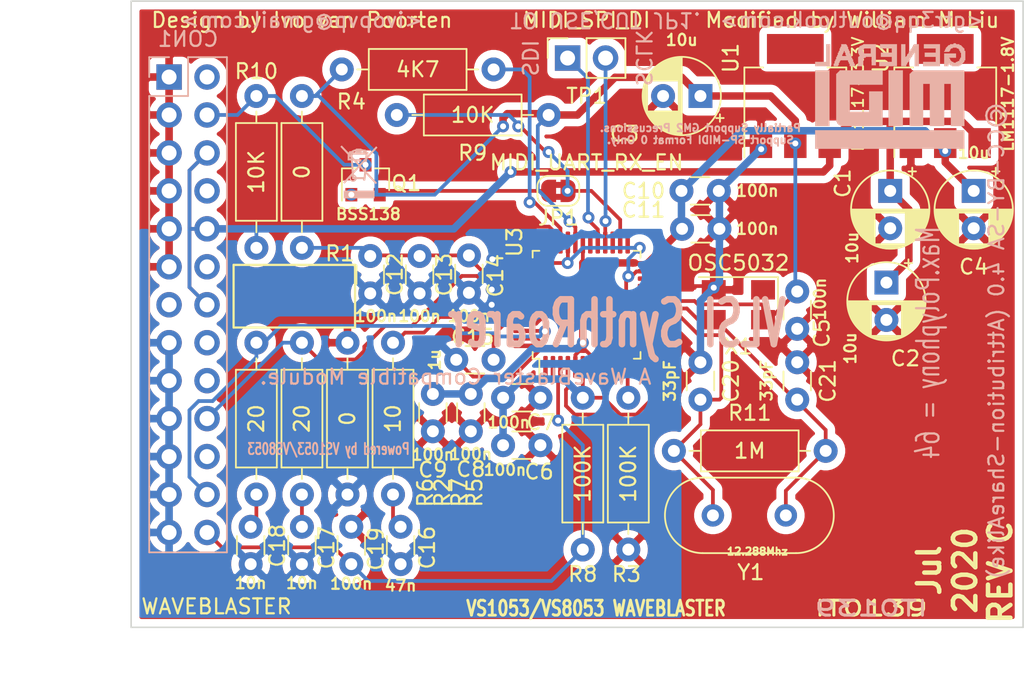
<source format=kicad_pcb>
(kicad_pcb (version 20171130) (host pcbnew "(5.1.6)-1")
  (title_block (title "VLSI SynthRoarer -- A WaveBlaster compatible module.") (date 2018-09-18,2020-07-16) (rev C) (company "© CC-BY-SA 4.0") (comment 1 "                                                                VS1053 based WaveBlaster") (comment 2 "<ivopvp@gmail.com>             <gtr3qq@outlook.com>") (comment 3 "  Ivo van Poorten                     William M Liu") (comment 4 "    Designed by                       Modified by"))
  (layers (0 F.Cu signal) (31 B.Cu signal) (34 B.Paste user) (35 F.Paste user) (36 B.SilkS user) (37 F.SilkS user) (38 B.Mask user) (39 F.Mask user) (44 Edge.Cuts user))
  (net 0 "")
  (net 1 GND)
  (net 2 +5V)
  (net 3 +3V3)
  (net 4 +1V8)
  (net 5 GNDA)
  (net 6 VDDA)
  (net 7 "Net-(C15-Pad1)")
  (net 8 "Net-(C16-Pad1)")
  (net 9 "Net-(C17-Pad1)")
  (net 10 "Net-(C18-Pad1)")
  (net 11 ~RESET)
  (net 12 "Net-(C20-Pad2)")
  (net 13 MCLK)
  (net 14 "Net-(CON1-Pad2)")
  (net 15 "Net-(CON1-Pad4)")
  (net 16 "Net-(CON1-Pad8)")
  (net 17 "Net-(CON1-Pad12)")
  (net 18 "Net-(CON1-Pad13)")
  (net 19 "Net-(CON1-Pad16)")
  (net 20 "Net-(CON1-Pad18)")
  (net 21 "Net-(CON1-Pad20)")
  (net 22 "Net-(CON1-Pad22)")
  (net 23 "Net-(CON1-Pad24)")
  (net 24 "Net-(JP1-Pad2)")
  (net 25 "Net-(JP1-Pad1)")
  (net 26 "Net-(R3-Pad2)")
  (net 27 "Net-(R4-Pad2)")
  (net 28 "Net-(R5-Pad2)")
  (net 29 "Net-(TP1-Pad1)")
  (net 30 "Net-(TP1-Pad2)")
  (net 31 "Net-(U3-Pad1)")
  (net 32 "Net-(U3-Pad2)")
  (net 33 "Net-(U3-Pad8)")
  (net 34 "Net-(U3-Pad15)")
  (net 35 "Net-(U3-Pad27)")
  (net 36 "Net-(U3-Pad30)")
  (net 37 "Net-(U3-Pad48)")
  (net 38 "Net-(X1-Pad1)")
  (module Package_QFP:LQFP-48-1EP_7x7mm_P0.5mm_EP3.6x3.6mm (layer F.Cu) (at 146.05 100.33 90)
    (fp_text reference U3 (at 4.191 -4.826 90) (layer F.SilkS))
    (fp_text value VS1053)
    (pad 1 smd roundrect (at -4.1625 -2.75 90) (size 1.475 0.3) (layers F.Cu F.Paste F.Mask) (net 31 "Net-(U3-Pad1)"))
    (pad 2 smd roundrect (at -4.1625 -2.25 90) (size 1.475 0.3) (layers F.Cu F.Paste F.Mask) (net 32 "Net-(U3-Pad2)"))
    (pad 3 smd roundrect (at -4.1625 -1.75 90) (size 1.475 0.3) (layers F.Cu F.Paste F.Mask) (net 11 ~RESET))
    (pad 4 smd roundrect (at -4.1625 -1.25 90) (size 1.475 0.3) (layers F.Cu F.Paste F.Mask) (net 1 GND))
    (pad 5 smd roundrect (at -4.1625 -0.75 90) (size 1.475 0.3) (layers F.Cu F.Paste F.Mask) (net 4 +1V8))
    (pad 6 smd roundrect (at -4.1625 -0.25 90) (size 1.475 0.3) (layers F.Cu F.Paste F.Mask) (net 3 +3V3))
    (pad 7 smd roundrect (at -4.1625 0.25 90) (size 1.475 0.3) (layers F.Cu F.Paste F.Mask) (net 4 +1V8))
    (pad 8 smd roundrect (at -4.1625 0.75 90) (size 1.475 0.3) (layers F.Cu F.Paste F.Mask) (net 33 "Net-(U3-Pad8)"))
    (pad 9 smd roundrect (at -4.1625 1.25 90) (size 1.475 0.3) (layers F.Cu F.Paste F.Mask) (net 26 "Net-(R3-Pad2)"))
    (pad 10 smd roundrect (at -4.1625 1.75 90) (size 1.475 0.3) (layers F.Cu F.Paste F.Mask) (net 26 "Net-(R3-Pad2)"))
    (pad 11 smd roundrect (at -4.1625 2.25 90) (size 1.475 0.3) (layers F.Cu F.Paste F.Mask) (net 26 "Net-(R3-Pad2)"))
    (pad 12 smd roundrect (at -4.1625 2.75 90) (size 1.475 0.3) (layers F.Cu F.Paste F.Mask) (net 26 "Net-(R3-Pad2)"))
    (pad 13 smd roundrect (at -2.75 4.1625 90) (size 0.3 1.475) (layers F.Cu F.Paste F.Mask) (net 26 "Net-(R3-Pad2)"))
    (pad 14 smd roundrect (at -2.25 4.1625 90) (size 0.3 1.475) (layers F.Cu F.Paste F.Mask) (net 3 +3V3))
    (pad 15 smd roundrect (at -1.75 4.1625 90) (size 0.3 1.475) (layers F.Cu F.Paste F.Mask) (net 34 "Net-(U3-Pad15)"))
    (pad 16 smd roundrect (at -1.25 4.1625 90) (size 0.3 1.475) (layers F.Cu F.Paste F.Mask) (net 1 GND))
    (pad 17 smd roundrect (at -0.75 4.1625 90) (size 0.3 1.475) (layers F.Cu F.Paste F.Mask) (net 12 "Net-(C20-Pad2)"))
    (pad 18 smd roundrect (at -0.25 4.1625 90) (size 0.3 1.475) (layers F.Cu F.Paste F.Mask) (net 13 MCLK))
    (pad 19 smd roundrect (at 0.25 4.1625 90) (size 0.3 1.475) (layers F.Cu F.Paste F.Mask) (net 3 +3V3))
    (pad 20 smd roundrect (at 0.75 4.1625 90) (size 0.3 1.475) (layers F.Cu F.Paste F.Mask) (net 1 GND))
    (pad 21 smd roundrect (at 1.25 4.1625 90) (size 0.3 1.475) (layers F.Cu F.Paste F.Mask) (net 1 GND))
    (pad 22 smd roundrect (at 1.75 4.1625 90) (size 0.3 1.475) (layers F.Cu F.Paste F.Mask) (net 1 GND))
    (pad 23 smd roundrect (at 2.25 4.1625 90) (size 0.3 1.475) (layers F.Cu F.Paste F.Mask) (net 26 "Net-(R3-Pad2)"))
    (pad 24 smd roundrect (at 2.75 4.1625 90) (size 0.3 1.475) (layers F.Cu F.Paste F.Mask) (net 4 +1V8))
    (pad 25 smd roundrect (at 4.1625 2.75 90) (size 1.475 0.3) (layers F.Cu F.Paste F.Mask) (net 26 "Net-(R3-Pad2)"))
    (pad 26 smd roundrect (at 4.1625 2.25 90) (size 1.475 0.3) (layers F.Cu F.Paste F.Mask) (net 25 "Net-(JP1-Pad1)"))
    (pad 27 smd roundrect (at 4.1625 1.75 90) (size 1.475 0.3) (layers F.Cu F.Paste F.Mask) (net 35 "Net-(U3-Pad27)"))
    (pad 28 smd roundrect (at 4.1625 1.25 90) (size 1.475 0.3) (layers F.Cu F.Paste F.Mask) (net 30 "Net-(TP1-Pad2)"))
    (pad 29 smd roundrect (at 4.1625 0.75 90) (size 1.475 0.3) (layers F.Cu F.Paste F.Mask) (net 29 "Net-(TP1-Pad1)"))
    (pad 30 smd roundrect (at 4.1625 0.25 90) (size 1.475 0.3) (layers F.Cu F.Paste F.Mask) (net 36 "Net-(U3-Pad30)"))
    (pad 31 smd roundrect (at 4.1625 -0.25 90) (size 1.475 0.3) (layers F.Cu F.Paste F.Mask) (net 4 +1V8))
    (pad 32 smd roundrect (at 4.1625 -0.75 90) (size 1.475 0.3) (layers F.Cu F.Paste F.Mask) (net 3 +3V3))
    (pad 33 smd roundrect (at 4.1625 -1.25 90) (size 1.475 0.3) (layers F.Cu F.Paste F.Mask) (net 26 "Net-(R3-Pad2)"))
    (pad 34 smd roundrect (at 4.1625 -1.75 90) (size 1.475 0.3) (layers F.Cu F.Paste F.Mask) (net 27 "Net-(R4-Pad2)"))
    (pad 35 smd roundrect (at 4.1625 -2.25 90) (size 1.475 0.3) (layers F.Cu F.Paste F.Mask) (net 1 GND))
    (pad 36 smd roundrect (at 4.1625 -2.75 90) (size 1.475 0.3) (layers F.Cu F.Paste F.Mask) (net 26 "Net-(R3-Pad2)"))
    (pad 37 smd roundrect (at 2.75 -4.1625 90) (size 0.3 1.475) (layers F.Cu F.Paste F.Mask) (net 5 GNDA))
    (pad 38 smd roundrect (at 2.25 -4.1625 90) (size 0.3 1.475) (layers F.Cu F.Paste F.Mask) (net 6 VDDA))
    (pad 39 smd roundrect (at 1.75 -4.1625 90) (size 0.3 1.475) (layers F.Cu F.Paste F.Mask) (net 21 "Net-(CON1-Pad20)"))
    (pad 40 smd roundrect (at 1.25 -4.1625 90) (size 0.3 1.475) (layers F.Cu F.Paste F.Mask) (net 5 GNDA))
    (pad 41 smd roundrect (at 0.75 -4.1625 90) (size 0.3 1.475) (layers F.Cu F.Paste F.Mask) (net 5 GNDA))
    (pad 42 smd roundrect (at 0.25 -4.1625 90) (size 0.3 1.475) (layers F.Cu F.Paste F.Mask) (net 28 "Net-(R5-Pad2)"))
    (pad 43 smd roundrect (at -0.25 -4.1625 90) (size 0.3 1.475) (layers F.Cu F.Paste F.Mask) (net 6 VDDA))
    (pad 44 smd roundrect (at -0.75 -4.1625 90) (size 0.3 1.475) (layers F.Cu F.Paste F.Mask) (net 7 "Net-(C15-Pad1)"))
    (pad 45 smd roundrect (at -1.25 -4.1625 90) (size 0.3 1.475) (layers F.Cu F.Paste F.Mask) (net 6 VDDA))
    (pad 46 smd roundrect (at -1.75 -4.1625 90) (size 0.3 1.475) (layers F.Cu F.Paste F.Mask) (net 23 "Net-(CON1-Pad24)"))
    (pad 47 smd roundrect (at -2.25 -4.1625 90) (size 0.3 1.475) (layers F.Cu F.Paste F.Mask) (net 5 GNDA))
    (pad 48 smd roundrect (at -2.75 -4.1625 90) (size 0.3 1.475) (layers F.Cu F.Paste F.Mask) (net 37 "Net-(U3-Pad48)"))
  )
  (module footprints:logo_unrecl (layer B.Cu) (at 130.81 91.44 180)
    (fp_text reference G1 hide)
    (fp_text value LOGO hide)
  )
  (module footprints:logo_GM (layer B.Cu) (at 166.37 86.36 180)
    (fp_text reference G2 hide)
    (fp_text value LOGO hide)
  )
  (module Connector_PinSocket_2.54mm:PinSocket_2x13_P2.54mm_Vertical (layer B.Cu) (at 118.11 85.09 180)
    (fp_text reference CON1 (at -1.27 2.54) (layer B.SilkS) (effects (justify mirror)))
    (fp_text value WAVEBLASTER (at -3.175 -35.433) (layer F.SilkS))
    (pad 26 thru_hole oval (at -2.54 -30.48 180) (size 1.7 1.7) (drill 1) (layers *.Cu *.Mask) (net 11 ~RESET))
    (pad 25 thru_hole oval (at 0 -30.48 180) (size 1.7 1.7) (drill 1) (layers *.Cu *.Mask) (net 5 GNDA))
    (pad 24 thru_hole oval (at -2.54 -27.94 180) (size 1.7 1.7) (drill 1) (layers *.Cu *.Mask) (net 23 "Net-(CON1-Pad24)"))
    (pad 23 thru_hole oval (at 0 -27.94 180) (size 1.7 1.7) (drill 1) (layers *.Cu *.Mask) (net 5 GNDA))
    (pad 22 thru_hole oval (at -2.54 -25.4 180) (size 1.7 1.7) (drill 1) (layers *.Cu *.Mask) (net 22 "Net-(CON1-Pad22)"))
    (pad 21 thru_hole oval (at 0 -25.4 180) (size 1.7 1.7) (drill 1) (layers *.Cu *.Mask) (net 5 GNDA))
    (pad 20 thru_hole oval (at -2.54 -22.86 180) (size 1.7 1.7) (drill 1) (layers *.Cu *.Mask) (net 21 "Net-(CON1-Pad20)"))
    (pad 19 thru_hole oval (at 0 -22.86 180) (size 1.7 1.7) (drill 1) (layers *.Cu *.Mask) (net 5 GNDA))
    (pad 18 thru_hole oval (at -2.54 -20.32 180) (size 1.7 1.7) (drill 1) (layers *.Cu *.Mask) (net 20 "Net-(CON1-Pad18)"))
    (pad 17 thru_hole oval (at 0 -20.32 180) (size 1.7 1.7) (drill 1) (layers *.Cu *.Mask) (net 5 GNDA))
    (pad 16 thru_hole oval (at -2.54 -17.78 180) (size 1.7 1.7) (drill 1) (layers *.Cu *.Mask) (net 19 "Net-(CON1-Pad16)"))
    (pad 15 thru_hole oval (at 0 -17.78 180) (size 1.7 1.7) (drill 1) (layers *.Cu *.Mask) (net 5 GNDA))
    (pad 14 thru_hole oval (at -2.54 -15.24 180) (size 1.7 1.7) (drill 1) (layers *.Cu *.Mask) (net 2 +5V))
    (pad 13 thru_hole oval (at 0 -15.24 180) (size 1.7 1.7) (drill 1) (layers *.Cu *.Mask) (net 18 "Net-(CON1-Pad13)"))
    (pad 12 thru_hole oval (at -2.54 -12.7 180) (size 1.7 1.7) (drill 1) (layers *.Cu *.Mask) (net 17 "Net-(CON1-Pad12)"))
    (pad 11 thru_hole oval (at 0 -12.7 180) (size 1.7 1.7) (drill 1) (layers *.Cu *.Mask) (net 1 GND))
    (pad 10 thru_hole oval (at -2.54 -10.16 180) (size 1.7 1.7) (drill 1) (layers *.Cu *.Mask) (net 2 +5V))
    (pad 9 thru_hole oval (at 0 -10.16 180) (size 1.7 1.7) (drill 1) (layers *.Cu *.Mask) (net 1 GND))
    (pad 8 thru_hole oval (at -2.54 -7.62 180) (size 1.7 1.7) (drill 1) (layers *.Cu *.Mask) (net 16 "Net-(CON1-Pad8)"))
    (pad 7 thru_hole oval (at 0 -7.62 180) (size 1.7 1.7) (drill 1) (layers *.Cu *.Mask) (net 1 GND))
    (pad 6 thru_hole oval (at -2.54 -5.08 180) (size 1.7 1.7) (drill 1) (layers *.Cu *.Mask) (net 2 +5V))
    (pad 5 thru_hole oval (at 0 -5.08 180) (size 1.7 1.7) (drill 1) (layers *.Cu *.Mask) (net 1 GND))
    (pad 4 thru_hole oval (at -2.54 -2.54 180) (size 1.7 1.7) (drill 1) (layers *.Cu *.Mask) (net 15 "Net-(CON1-Pad4)"))
    (pad 3 thru_hole oval (at 0 -2.54 180) (size 1.7 1.7) (drill 1) (layers *.Cu *.Mask) (net 1 GND))
    (pad 2 thru_hole oval (at -2.54 0 180) (size 1.7 1.7) (drill 1) (layers *.Cu *.Mask) (net 14 "Net-(CON1-Pad2)"))
    (pad 1 thru_hole rect (at 0 0 180) (size 1.7 1.7) (drill 1) (layers *.Cu *.Mask) (net 1 GND))
  )
  (module Resistor_THT:R_Axial_DIN0207_L6.3mm_D2.5mm_P10.16mm_Horizontal (layer F.Cu) (at 123.952 113.03 90)
    (fp_text reference R7 (at 0.127 13.589 90) (layer F.SilkS))
    (fp_text value 20 (at 5.08 0 90) (layer F.SilkS))
    (pad 2 thru_hole oval (at 10.16 0 90) (size 1.6 1.6) (drill 0.8) (layers *.Cu *.Mask) (net 23 "Net-(CON1-Pad24)"))
    (pad 1 thru_hole circle (at 0 0 90) (size 1.6 1.6) (drill 0.8) (layers *.Cu *.Mask) (net 10 "Net-(C18-Pad1)"))
  )
  (module Capacitor_THT:CP_Radial_D5.0mm_P2.50mm (layer F.Cu) (at 166.37 92.71 270)
    (fp_text reference C1 (at -0.508 3.175 90) (layer F.SilkS))
    (fp_text value 10u (at 3.81 2.54 90) (layer F.SilkS) (effects (font (size 0.75 0.75))))
    (pad 2 thru_hole circle (at 2.5 0 270) (size 1.6 1.6) (drill 0.8) (layers *.Cu *.Mask) (net 1 GND))
    (pad 1 thru_hole rect (at 0 0 270) (size 1.6 1.6) (drill 0.8) (layers *.Cu *.Mask) (net 2 +5V))
  )
  (module Capacitor_THT:CP_Radial_D5.0mm_P2.50mm (layer F.Cu) (at 166.116 98.846 270)
    (fp_text reference C2 (at 5.08 -1.27 180) (layer F.SilkS))
    (fp_text value 10u (at 4.405 2.413 270) (layer F.SilkS) (effects (font (size 0.75 0.75))))
    (pad 1 thru_hole rect (at 0 0 270) (size 1.6 1.6) (drill 0.8) (layers *.Cu *.Mask) (net 2 +5V))
    (pad 2 thru_hole circle (at 2.5 0 270) (size 1.6 1.6) (drill 0.8) (layers *.Cu *.Mask) (net 1 GND))
  )
  (module Capacitor_THT:CP_Radial_D5.0mm_P2.50mm (layer F.Cu) (at 153.67 86.36 180)
    (fp_text reference C3 (at 5.08 -2.54) (layer F.SilkS))
    (fp_text value 10u (at 1.25 3.75) (layer F.SilkS) (effects (font (size 0.75 0.75))))
    (pad 2 thru_hole circle (at 2.5 0 180) (size 1.6 1.6) (drill 0.8) (layers *.Cu *.Mask) (net 1 GND))
    (pad 1 thru_hole rect (at 0 0 180) (size 1.6 1.6) (drill 0.8) (layers *.Cu *.Mask) (net 3 +3V3))
  )
  (module Capacitor_THT:CP_Radial_D5.0mm_P2.50mm (layer F.Cu) (at 171.958 92.71 270)
    (fp_text reference C4 (at 5.08 0 180) (layer F.SilkS))
    (fp_text value 10u (at -2.54 0 180) (layer F.SilkS) (effects (font (size 0.75 0.75))))
    (pad 1 thru_hole rect (at 0 0 270) (size 1.6 1.6) (drill 0.8) (layers *.Cu *.Mask) (net 4 +1V8))
    (pad 2 thru_hole circle (at 2.5 0 270) (size 1.6 1.6) (drill 0.8) (layers *.Cu *.Mask) (net 1 GND))
  )
  (module Capacitor_THT:C_Disc_D3.0mm_W1.6mm_P2.50mm (layer F.Cu) (at 160.147 99.441 270)
    (fp_text reference C5 (at 2.794 -1.651 90) (layer F.SilkS))
    (fp_text value 100n (at 0.508 -1.524 270) (layer F.SilkS) (effects (font (size 0.75 0.75))))
    (pad 1 thru_hole circle (at 0 0 270) (size 1.6 1.6) (drill 0.8) (layers *.Cu *.Mask) (net 3 +3V3))
    (pad 2 thru_hole circle (at 2.5 0 270) (size 1.6 1.6) (drill 0.8) (layers *.Cu *.Mask) (net 1 GND))
  )
  (module Capacitor_THT:C_Disc_D3.0mm_W1.6mm_P2.50mm (layer F.Cu) (at 140.462 109.728)
    (fp_text reference C6 (at 2.413 1.778) (layer F.SilkS))
    (fp_text value 100n (at 0.127 1.651 180) (layer F.SilkS) (effects (font (size 0.75 0.75))))
    (pad 2 thru_hole circle (at 2.5 0) (size 1.6 1.6) (drill 0.8) (layers *.Cu *.Mask) (net 1 GND))
    (pad 1 thru_hole circle (at 0 0) (size 1.6 1.6) (drill 0.8) (layers *.Cu *.Mask) (net 3 +3V3))
  )
  (module Capacitor_THT:C_Disc_D3.0mm_W1.6mm_P2.50mm (layer F.Cu) (at 140.462 106.553)
    (fp_text reference C7 (at 2.54 1.651) (layer F.SilkS))
    (fp_text value 100n (at 0.381 1.651 180) (layer F.SilkS) (effects (font (size 0.75 0.75))))
    (pad 2 thru_hole circle (at 2.5 0) (size 1.6 1.6) (drill 0.8) (layers *.Cu *.Mask) (net 1 GND))
    (pad 1 thru_hole circle (at 0 0) (size 1.6 1.6) (drill 0.8) (layers *.Cu *.Mask) (net 3 +3V3))
  )
  (module Capacitor_THT:C_Disc_D3.0mm_W1.6mm_P2.50mm (layer F.Cu) (at 138.303 106.299 270)
    (fp_text reference C8 (at 5.04 0) (layer F.SilkS))
    (fp_text value 100n (at 4.024 0) (layer F.SilkS) (effects (font (size 0.75 0.75))))
    (pad 2 thru_hole circle (at 2.5 0 270) (size 1.6 1.6) (drill 0.8) (layers *.Cu *.Mask) (net 1 GND))
    (pad 1 thru_hole circle (at 0 0 270) (size 1.6 1.6) (drill 0.8) (layers *.Cu *.Mask) (net 4 +1V8))
  )
  (module Capacitor_THT:C_Disc_D3.0mm_W1.6mm_P2.50mm (layer F.Cu) (at 135.763 106.299 270)
    (fp_text reference C9 (at 5.08 0) (layer F.SilkS))
    (fp_text value 100n (at 4.064 0 180) (layer F.SilkS) (effects (font (size 0.75 0.75))))
    (pad 1 thru_hole circle (at 0 0 270) (size 1.6 1.6) (drill 0.8) (layers *.Cu *.Mask) (net 4 +1V8))
    (pad 2 thru_hole circle (at 2.5 0 270) (size 1.6 1.6) (drill 0.8) (layers *.Cu *.Mask) (net 1 GND))
  )
  (module Capacitor_THT:C_Disc_D3.0mm_W1.6mm_P2.50mm (layer F.Cu) (at 152.4 92.71)
    (fp_text reference C10 (at -2.54 0) (layer F.SilkS))
    (fp_text value 100n (at 5.08 0) (layer F.SilkS) (effects (font (size 0.75 0.75))))
    (pad 1 thru_hole circle (at 0 0) (size 1.6 1.6) (drill 0.8) (layers *.Cu *.Mask) (net 4 +1V8))
    (pad 2 thru_hole circle (at 2.5 0) (size 1.6 1.6) (drill 0.8) (layers *.Cu *.Mask) (net 1 GND))
  )
  (module Capacitor_THT:C_Disc_D3.0mm_W1.6mm_P2.50mm (layer F.Cu) (at 152.44 95.25)
    (fp_text reference C11 (at -2.58 -1.27) (layer F.SilkS))
    (fp_text value 100n (at 5.04 0) (layer F.SilkS) (effects (font (size 0.75 0.75))))
    (pad 1 thru_hole circle (at 0 0) (size 1.6 1.6) (drill 0.8) (layers *.Cu *.Mask) (net 4 +1V8))
    (pad 2 thru_hole circle (at 2.5 0) (size 1.6 1.6) (drill 0.8) (layers *.Cu *.Mask) (net 1 GND))
  )
  (module Capacitor_THT:C_Disc_D3.0mm_W1.6mm_P2.50mm (layer F.Cu) (at 131.572 97.068 270)
    (fp_text reference C12 (at 1.23 -1.651 90) (layer F.SilkS))
    (fp_text value 100n (at 4.024 -0.381 180) (layer F.SilkS) (effects (font (size 0.75 0.75))))
    (pad 2 thru_hole circle (at 2.5 0 270) (size 1.6 1.6) (drill 0.8) (layers *.Cu *.Mask) (net 5 GNDA))
    (pad 1 thru_hole circle (at 0 0 270) (size 1.6 1.6) (drill 0.8) (layers *.Cu *.Mask) (net 6 VDDA))
  )
  (module Capacitor_THT:C_Disc_D3.0mm_W1.6mm_P2.50mm (layer F.Cu) (at 134.874 97.068 270)
    (fp_text reference C13 (at 1.25 -1.651 90) (layer F.SilkS))
    (fp_text value 100n (at 4.024 0 180) (layer F.SilkS) (effects (font (size 0.75 0.75))))
    (pad 2 thru_hole circle (at 2.5 0 270) (size 1.6 1.6) (drill 0.8) (layers *.Cu *.Mask) (net 5 GNDA))
    (pad 1 thru_hole circle (at 0 0 270) (size 1.6 1.6) (drill 0.8) (layers *.Cu *.Mask) (net 6 VDDA))
  )
  (module Capacitor_THT:C_Disc_D3.0mm_W1.6mm_P2.50mm (layer F.Cu) (at 138.176 97.028 270)
    (fp_text reference C14 (at 1.357 -1.778 90) (layer F.SilkS))
    (fp_text value 100n (at 4.064 0 180) (layer F.SilkS) (effects (font (size 0.75 0.75))))
    (pad 1 thru_hole circle (at 0 0 270) (size 1.6 1.6) (drill 0.8) (layers *.Cu *.Mask) (net 6 VDDA))
    (pad 2 thru_hole circle (at 2.5 0 270) (size 1.6 1.6) (drill 0.8) (layers *.Cu *.Mask) (net 5 GNDA))
  )
  (module Capacitor_THT:C_Disc_D3.0mm_W1.6mm_P2.50mm (layer F.Cu) (at 139.827 104.013 180)
    (fp_text reference C15 (at 1.397 1.524) (layer F.SilkS))
    (fp_text value 1u (at 3.937 0 90) (layer F.SilkS) (effects (font (size 0.75 0.75))))
    (pad 1 thru_hole circle (at 0 0 180) (size 1.6 1.6) (drill 0.8) (layers *.Cu *.Mask) (net 7 "Net-(C15-Pad1)"))
    (pad 2 thru_hole circle (at 2.5 0 180) (size 1.6 1.6) (drill 0.8) (layers *.Cu *.Mask) (net 5 GNDA))
  )
  (module Capacitor_THT:C_Disc_D3.0mm_W1.6mm_P2.50mm (layer F.Cu) (at 133.604 115.189 270)
    (fp_text reference C16 (at 1.397 -1.778 90) (layer F.SilkS))
    (fp_text value 47n (at 3.937 0) (layer F.SilkS) (effects (font (size 0.75 0.75))))
    (pad 2 thru_hole circle (at 2.5 0 270) (size 1.6 1.6) (drill 0.8) (layers *.Cu *.Mask) (net 5 GNDA))
    (pad 1 thru_hole circle (at 0 0 270) (size 1.6 1.6) (drill 0.8) (layers *.Cu *.Mask) (net 8 "Net-(C16-Pad1)"))
  )
  (module Capacitor_THT:C_Disc_D3.0mm_W1.6mm_P2.50mm (layer F.Cu) (at 127 115.189 270)
    (fp_text reference C17 (at 1.397 -1.651 90) (layer F.SilkS))
    (fp_text value 10n (at 3.77 0) (layer F.SilkS) (effects (font (size 0.75 0.75))))
    (pad 2 thru_hole circle (at 2.5 0 270) (size 1.6 1.6) (drill 0.8) (layers *.Cu *.Mask) (net 5 GNDA))
    (pad 1 thru_hole circle (at 0 0 270) (size 1.6 1.6) (drill 0.8) (layers *.Cu *.Mask) (net 9 "Net-(C17-Pad1)"))
  )
  (module Capacitor_THT:C_Disc_D3.0mm_W1.6mm_P2.50mm (layer F.Cu) (at 123.571 115.189 270)
    (fp_text reference C18 (at 1.27 -1.778 90) (layer F.SilkS))
    (fp_text value 10n (at 3.77 0) (layer F.SilkS) (effects (font (size 0.75 0.75))))
    (pad 1 thru_hole circle (at 0 0 270) (size 1.6 1.6) (drill 0.8) (layers *.Cu *.Mask) (net 10 "Net-(C18-Pad1)"))
    (pad 2 thru_hole circle (at 2.5 0 270) (size 1.6 1.6) (drill 0.8) (layers *.Cu *.Mask) (net 5 GNDA))
  )
  (module Capacitor_THT:C_Disc_D3.0mm_W1.6mm_P2.50mm (layer F.Cu) (at 130.302 117.689 90)
    (fp_text reference C19 (at 1.016 1.651 90) (layer F.SilkS))
    (fp_text value 100n (at -1.31 0) (layer F.SilkS) (effects (font (size 0.75 0.75))))
    (pad 2 thru_hole circle (at 2.5 0 90) (size 1.6 1.6) (drill 0.8) (layers *.Cu *.Mask) (net 1 GND))
    (pad 1 thru_hole circle (at 0 0 90) (size 1.6 1.6) (drill 0.8) (layers *.Cu *.Mask) (net 11 ~RESET))
  )
  (module Capacitor_THT:C_Disc_D3.0mm_W1.6mm_P2.50mm (layer F.Cu) (at 153.67 104.18 270)
    (fp_text reference C20 (at 1.25 -2.05 90) (layer F.SilkS))
    (fp_text value 33pF (at 1.25 2.05 90) (layer F.SilkS) (effects (font (size 0.75 0.75))))
    (pad 1 thru_hole circle (at 0 0 270) (size 1.6 1.6) (drill 0.8) (layers *.Cu *.Mask) (net 1 GND))
    (pad 2 thru_hole circle (at 2.5 0 270) (size 1.6 1.6) (drill 0.8) (layers *.Cu *.Mask) (net 12 "Net-(C20-Pad2)"))
  )
  (module Capacitor_THT:C_Disc_D3.0mm_W1.6mm_P2.50mm (layer F.Cu) (at 160.147 104.18 270)
    (fp_text reference C21 (at 1.25 -2.05 90) (layer F.SilkS))
    (fp_text value 33pF (at 1.23 2.05 90) (layer F.SilkS) (effects (font (size 0.75 0.75))))
    (pad 1 thru_hole circle (at 0 0 270) (size 1.6 1.6) (drill 0.8) (layers *.Cu *.Mask) (net 1 GND))
    (pad 2 thru_hole circle (at 2.5 0 270) (size 1.6 1.6) (drill 0.8) (layers *.Cu *.Mask) (net 13 MCLK))
  )
  (module Jumper:SolderJumper-2_P1.3mm_Bridged2Bar_RoundedPad1.0x1.5mm (layer F.Cu) (at 144.16 92.71 180)
    (fp_text reference JP1 (at 0 -1.8) (layer F.SilkS))
    (fp_text value MIDI_UART_RX_EN (at -1.89 1.9) (layer F.SilkS))
    (fp_poly (pts (xy -0.25 -0.6) (xy 0.25 -0.6) (xy 0.25 -0.2) (xy -0.25 -0.2)) (layer F.Cu) (width 0))
    (fp_poly (pts (xy -0.25 0.2) (xy 0.25 0.2) (xy 0.25 0.6) (xy -0.25 0.6)) (layer F.Cu) (width 0))
    (pad 2 smd custom (at 0.65 0 180) (size 1 0.5) (layers F.Cu F.Mask) (net 24 "Net-(JP1-Pad2)") (options (clearance outline) (anchor rect)) (primitives (gr_circle (center 0 0.25) (end 0.5 0.25) (width 0)) (gr_circle (center 0 -0.25) (end 0.5 -0.25) (width 0)) (gr_poly (pts (xy -0.5 0.75) (xy -0.5 -0.75) (xy 0 -0.75) (xy 0 0.75)) (width 0))))
    (pad 1 smd custom (at -0.65 0 180) (size 1 0.5) (layers F.Cu F.Mask) (net 25 "Net-(JP1-Pad1)") (options (clearance outline) (anchor rect)) (primitives (gr_circle (center 0 0.25) (end 0.5 0.25) (width 0)) (gr_circle (center 0 -0.25) (end 0.5 -0.25) (width 0)) (gr_poly (pts (xy 0.5 0.75) (xy 0.5 -0.75) (xy 0 -0.75) (xy 0 0.75)) (width 0))))
  )
  (module Package_TO_SOT_SMD:SOT-23 (layer F.Cu) (at 131.257 91.964 90)
    (fp_text reference Q1 (at -0.238 2.728 180) (layer F.SilkS))
    (fp_text value BSS138 (at -2.302 0.188) (layer F.SilkS) (effects (font (size 0.75 0.75))))
    (pad 1 smd rect (at -1 -0.95 90) (size 0.9 0.8) (layers F.Cu F.Paste F.Mask) (net 3 +3V3))
    (pad 2 smd rect (at -1 0.95 90) (size 0.9 0.8) (layers F.Cu F.Paste F.Mask) (net 24 "Net-(JP1-Pad2)"))
    (pad 3 smd rect (at 1 0 90) (size 0.9 0.8) (layers F.Cu F.Paste F.Mask) (net 15 "Net-(CON1-Pad4)"))
  )
  (module Resistor_THT:R_Axial_DIN0207_L6.3mm_D2.5mm_P10.16mm_Horizontal (layer F.Cu) (at 127 96.52 90)
    (fp_text reference R1 (at -0.381 2.54 180) (layer F.SilkS))
    (fp_text value 0 (at 5.08 0 90) (layer F.SilkS))
    (pad 2 thru_hole oval (at 10.16 0 90) (size 1.6 1.6) (drill 0.8) (layers *.Cu *.Mask) (net 3 +3V3))
    (pad 1 thru_hole circle (at 0 0 90) (size 1.6 1.6) (drill 0.8) (layers *.Cu *.Mask) (net 6 VDDA))
  )
  (module Resistor_THT:R_Axial_DIN0207_L6.3mm_D2.5mm_P10.16mm_Horizontal (layer F.Cu) (at 130.048 113.03 90)
    (fp_text reference R2 (at 0.127 6.35 90) (layer F.SilkS))
    (fp_text value 0 (at 5.08 0 90) (layer F.SilkS))
    (pad 1 thru_hole circle (at 0 0 90) (size 1.6 1.6) (drill 0.8) (layers *.Cu *.Mask) (net 5 GNDA))
    (pad 2 thru_hole oval (at 10.16 0 90) (size 1.6 1.6) (drill 0.8) (layers *.Cu *.Mask) (net 1 GND))
  )
  (module Resistor_THT:R_Axial_DIN0207_L6.3mm_D2.5mm_P10.16mm_Horizontal (layer F.Cu) (at 148.844 116.713 90)
    (fp_text reference R3 (at -1.651 -0.127 180) (layer F.SilkS))
    (fp_text value 100K (at 5.08 0 90) (layer F.SilkS))
    (pad 2 thru_hole oval (at 10.16 0 90) (size 1.6 1.6) (drill 0.8) (layers *.Cu *.Mask) (net 26 "Net-(R3-Pad2)"))
    (pad 1 thru_hole circle (at 0 0 90) (size 1.6 1.6) (drill 0.8) (layers *.Cu *.Mask) (net 1 GND))
  )
  (module Resistor_THT:R_Axial_DIN0207_L6.3mm_D2.5mm_P10.16mm_Horizontal (layer F.Cu) (at 129.667 84.582)
    (fp_text reference R4 (at 0.635 2.159) (layer F.SilkS))
    (fp_text value 4K7 (at 5.08 0) (layer F.SilkS))
    (pad 1 thru_hole circle (at 0 0) (size 1.6 1.6) (drill 0.8) (layers *.Cu *.Mask) (net 3 +3V3))
    (pad 2 thru_hole oval (at 10.16 0) (size 1.6 1.6) (drill 0.8) (layers *.Cu *.Mask) (net 27 "Net-(R4-Pad2)"))
  )
  (module Resistor_THT:R_Axial_DIN0207_L6.3mm_D2.5mm_P10.16mm_Horizontal (layer F.Cu) (at 133.096 113.03 90)
    (fp_text reference R5 (at 0.127 5.461 90) (layer F.SilkS))
    (fp_text value 10 (at 5.08 0 90) (layer F.SilkS))
    (pad 1 thru_hole circle (at 0 0 90) (size 1.6 1.6) (drill 0.8) (layers *.Cu *.Mask) (net 8 "Net-(C16-Pad1)"))
    (pad 2 thru_hole oval (at 10.16 0 90) (size 1.6 1.6) (drill 0.8) (layers *.Cu *.Mask) (net 28 "Net-(R5-Pad2)"))
  )
  (module Resistor_THT:R_Axial_DIN0207_L6.3mm_D2.5mm_P10.16mm_Horizontal (layer F.Cu) (at 127 113.03 90)
    (fp_text reference R6 (at 0.127 8.255 90) (layer F.SilkS))
    (fp_text value 20 (at 5.08 0 90) (layer F.SilkS))
    (pad 2 thru_hole oval (at 10.16 0 90) (size 1.6 1.6) (drill 0.8) (layers *.Cu *.Mask) (net 21 "Net-(CON1-Pad20)"))
    (pad 1 thru_hole circle (at 0 0 90) (size 1.6 1.6) (drill 0.8) (layers *.Cu *.Mask) (net 9 "Net-(C17-Pad1)"))
  )
  (module Resistor_THT:R_Axial_DIN0207_L6.3mm_D2.5mm_P10.16mm_Horizontal (layer F.Cu) (at 145.796 116.713 90)
    (fp_text reference R8 (at -1.651 0 180) (layer F.SilkS))
    (fp_text value 100K (at 5.08 0 90) (layer F.SilkS))
    (pad 1 thru_hole circle (at 0 0 90) (size 1.6 1.6) (drill 0.8) (layers *.Cu *.Mask) (net 11 ~RESET))
    (pad 2 thru_hole oval (at 10.16 0 90) (size 1.6 1.6) (drill 0.8) (layers *.Cu *.Mask) (net 3 +3V3))
  )
  (module Resistor_THT:R_Axial_DIN0207_L6.3mm_D2.5mm_P10.16mm_Horizontal (layer F.Cu) (at 133.35 87.63)
    (fp_text reference R9 (at 5.08 2.54) (layer F.SilkS))
    (fp_text value 10K (at 5.08 0) (layer F.SilkS))
    (pad 1 thru_hole circle (at 0 0) (size 1.6 1.6) (drill 0.8) (layers *.Cu *.Mask) (net 25 "Net-(JP1-Pad1)"))
    (pad 2 thru_hole oval (at 10.16 0) (size 1.6 1.6) (drill 0.8) (layers *.Cu *.Mask) (net 3 +3V3))
  )
  (module Resistor_THT:R_Axial_DIN0207_L6.3mm_D2.5mm_P10.16mm_Horizontal (layer F.Cu) (at 123.952 86.36 270)
    (fp_text reference R10 (at -1.651 0 180) (layer F.SilkS))
    (fp_text value 10K (at 5.08 0 90) (layer F.SilkS))
    (pad 2 thru_hole oval (at 10.16 0 270) (size 1.6 1.6) (drill 0.8) (layers *.Cu *.Mask) (net 2 +5V))
    (pad 1 thru_hole circle (at 0 0 270) (size 1.6 1.6) (drill 0.8) (layers *.Cu *.Mask) (net 15 "Net-(CON1-Pad4)"))
  )
  (module Resistor_THT:R_Axial_DIN0207_L6.3mm_D2.5mm_P10.16mm_Horizontal (layer F.Cu) (at 162.052 110.109 180)
    (fp_text reference R11 (at 5.08 2.54) (layer F.SilkS))
    (fp_text value 1M (at 5.08 0) (layer F.SilkS))
    (pad 1 thru_hole circle (at 0 0 180) (size 1.6 1.6) (drill 0.8) (layers *.Cu *.Mask) (net 13 MCLK))
    (pad 2 thru_hole oval (at 10.16 0 180) (size 1.6 1.6) (drill 0.8) (layers *.Cu *.Mask) (net 12 "Net-(C20-Pad2)"))
  )
  (module Connector_PinSocket_2.54mm:PinSocket_1x02_P2.54mm_Vertical (layer F.Cu) (at 144.78 83.82 90)
    (fp_text reference TP1 (at -2.54 1.27 180) (layer F.SilkS))
    (fp_text value MIDI_SPI_DI (at 2.54 1.27 180) (layer F.SilkS))
    (pad 1 thru_hole rect (at 0 0 90) (size 1.7 1.7) (drill 1) (layers *.Cu *.Mask) (net 29 "Net-(TP1-Pad1)"))
    (pad 2 thru_hole oval (at 0 2.54 90) (size 1.7 1.7) (drill 1) (layers *.Cu *.Mask) (net 30 "Net-(TP1-Pad2)"))
  )
  (module Package_TO_SOT_SMD:SOT-223 (layer F.Cu) (at 160.02 86.36 90)
    (fp_text reference U1 (at 2.54 -4.318 90) (layer F.SilkS))
    (fp_text value LM1117-3.3V (at 0.127 4.191 90) (layer F.SilkS) (effects (font (size 0.75 0.75) (thickness 0.125))))
    (pad 1 smd rect (at -3.15 -2.3 90) (size 2 1.5) (layers F.Cu F.Paste F.Mask) (net 1 GND))
    (pad 3 smd rect (at -3.15 2.3 90) (size 2 1.5) (layers F.Cu F.Paste F.Mask) (net 2 +5V))
    (pad 2 smd rect (at -3.15 0 90) (size 2 1.5) (layers F.Cu F.Paste F.Mask) (net 3 +3V3))
    (pad 4 smd rect (at 3.15 0 90) (size 2 3.8) (layers F.Cu F.Paste F.Mask))
  )
  (module Package_TO_SOT_SMD:SOT-223 (layer F.Cu) (at 170.053 86.36 90)
    (fp_text reference U2 (at 2.54 -4.318 90) (layer F.SilkS))
    (fp_text value LM1117-1.8V (at 0.127 4.191 90) (layer F.SilkS) (effects (font (size 0.75 0.75))))
    (pad 4 smd rect (at 3.15 0 90) (size 2 3.8) (layers F.Cu F.Paste F.Mask))
    (pad 2 smd rect (at -3.15 0 90) (size 2 1.5) (layers F.Cu F.Paste F.Mask) (net 4 +1V8))
    (pad 3 smd rect (at -3.15 2.3 90) (size 2 1.5) (layers F.Cu F.Paste F.Mask) (net 2 +5V))
    (pad 1 smd rect (at -3.15 -2.3 90) (size 2 1.5) (layers F.Cu F.Paste F.Mask) (net 1 GND))
  )
  (module footprints:Crystal_SMD_5032-4Pin_5.0x3.2mm (layer F.Cu) (at 156.21 100.33 180)
    (fp_text reference X1 (at 0 -2.8) (layer F.SilkS))
    (fp_text value OSC5032 (at 0 2.8) (layer F.SilkS))
    (pad 1 smd rect (at -1.65 1 180) (size 1.6 1.3) (layers F.Cu F.Paste F.Mask) (net 38 "Net-(X1-Pad1)"))
    (pad 2 smd rect (at 1.65 1 180) (size 1.6 1.3) (layers F.Cu F.Paste F.Mask) (net 1 GND))
    (pad 3 smd rect (at 1.65 -1 180) (size 1.6 1.3) (layers F.Cu F.Paste F.Mask) (net 13 MCLK))
    (pad 4 smd rect (at -1.65 -1 180) (size 1.6 1.3) (layers F.Cu F.Paste F.Mask) (net 3 +3V3))
  )
  (module Crystal:Crystal_HC49-U_Vertical (layer F.Cu) (at 154.505 114.427)
    (fp_text reference Y1 (at 2.54 3.81) (layer F.SilkS))
    (fp_text value Crystal)
    (pad 1 thru_hole circle (at 0 0) (size 1.5 1.5) (drill 0.8) (layers *.Cu *.Mask) (net 12 "Net-(C20-Pad2)"))
    (pad 2 thru_hole circle (at 4.88 0) (size 1.5 1.5) (drill 0.8) (layers *.Cu *.Mask) (net 13 MCLK))
  )
  (gr_line (start 122.428 101.854) (end 122.428 97.663) (layer F.SilkS) (width 0.15))
  (gr_line (start 130.556 101.854) (end 122.428 101.854) (layer F.SilkS) (width 0.15))
  (gr_line (start 130.556 97.663) (end 130.556 101.854) (layer F.SilkS) (width 0.15))
  (gr_line (start 122.428 97.663) (end 130.556 97.663) (layer F.SilkS) (width 0.15))
  (gr_text "VS1053/VS8053 WAVEBLASTER" (at 146.685 120.65) (layer F.SilkS) (effects (font (size 1 0.75) (thickness 0.1875))))
  (gr_text 12.288Mhz (at 157.48 116.84) (layer F.SilkS) (effects (font (size 0.5 0.5) (thickness 0.125))))
  (gr_text "Max.Polyphony = 64" (at 168.91 102.87 90) (layer B.SilkS) (effects (font (size 1.5 1)) (justify mirror)))
  (gr_text "Partially Support GM2 Precussions.\nSupport SP-MIDI Format 0 Only." (at 153.67 88.9) (layer B.SilkS) (effects (font (size 0.5 0.5) (thickness 0.125)) (justify mirror)))
  (gr_text "Powered by VS1053/VS8053" (at 128.778 109.982) (layer B.SilkS) (effects (font (size 0.75 0.5) (thickness 0.125)) (justify mirror)))
  (gr_text "A WaveBlaster Compatible Module." (at 137.287 105.156) (layer B.SilkS) (effects (font (size 1 1)) (justify mirror)))
  (gr_text "VLSI SynthRoarer" (at 148.082 101.6) (layer B.SilkS) (effects (font (size 3 1.75) (thickness 0.4375)) (justify mirror)))
  (gr_text "©CC-BY-SA 4.0 (Attribution-ShareAlike)" (at 173.482 102.743 90) (layer B.SilkS) (effects (font (size 1 1)) (justify mirror)))
  (gr_text <gtr3qq@outlook.com> (at 163.83 81.28) (layer B.SilkS) (effects (font (size 1 1)) (justify mirror)))
  (gr_text "Modified by William M Liu" (at 163.83 81.28) (layer F.SilkS) (effects (font (size 1 1))))
  (gr_text <ivopvp@gmail.com> (at 127 81.28) (layer B.SilkS) (effects (font (size 1 1)) (justify mirror)))
  (gr_text "Design by Ivo van Poorten" (at 127 81.28) (layer F.SilkS) (effects (font (size 1 1))))
  (gr_text "TO USE,CUT JP1." (at 147.32 81.28 180) (layer B.SilkS) (effects (font (size 1 1)) (justify mirror)))
  (gr_text SDI (at 142.24 83.82 -90) (layer B.SilkS) (effects (font (size 1 1)) (justify mirror)))
  (gr_text SCLK (at 149.86 83.82 -90) (layer B.SilkS) (effects (font (size 1 1)) (justify mirror)))
  (gr_line (start 175.26 80.01) (end 115.57 80.01) (layer Edge.Cuts) (width 0.1))
  (gr_line (start 175.26 121.92) (end 175.26 80.01) (layer Edge.Cuts) (width 0.1))
  (gr_line (start 115.57 121.92) (end 175.26 121.92) (layer Edge.Cuts) (width 0.1))
  (gr_line (start 115.57 80.01) (end 115.57 121.92) (layer Edge.Cuts) (width 0.1))
  (gr_text IT0139 (at 165.1 120.65) (layer B.SilkS) (effects (font (size 1 1.5) (thickness 0.2)) (justify mirror)))
  (gr_text "Jul\n2020" (at 170.18 118.11 90) (layer F.SilkS) (effects (font (size 1.5 1.5) (thickness 0.3))))
  (gr_text IT0139 (at 165.1 120.65) (layer F.SilkS) (effects (font (size 1 1.5) (thickness 0.2))))
  (gr_text "REV C" (at 173.736 118.237 90) (layer F.SilkS) (effects (font (size 1.5 1.5) (thickness 0.3))))
  (via (at 157.734 89.916) (size 0.8) (drill 0.4) (layers F.Cu B.Cu) (net 1))
  (via (at 154.559 99.187) (size 0.8) (drill 0.4) (layers F.Cu B.Cu) (net 1))
  (segment (start 154.94 92.75) (end 154.9 92.71) (width 0.25) (layer B.Cu) (net 1))
  (segment (start 154.94 95.25) (end 154.94 92.75) (width 0.5) (layer B.Cu) (net 1))
  (segment (start 150.2125 98.58) (end 150.2125 99.58) (width 0.25) (layer F.Cu) (net 1))
  (segment (start 154.31 99.08) (end 154.56 99.33) (width 0.25) (layer F.Cu) (net 1))
  (segment (start 150.2125 99.08) (end 154.31 99.08) (width 0.25) (layer F.Cu) (net 1))
  (segment (start 143.540692 95.10499) (end 142.38501 95.10499) (width 0.25) (layer F.Cu) (net 1))
  (segment (start 143.8 96.1675) (end 143.8 95.364298) (width 0.25) (layer F.Cu) (net 1))
  (segment (start 143.8 95.364298) (end 143.540692 95.10499) (width 0.25) (layer F.Cu) (net 1))
  (segment (start 154.94 98.806) (end 154.559 99.187) (width 0.5) (layer B.Cu) (net 1))
  (segment (start 154.94 95.25) (end 154.94 98.806) (width 0.5) (layer B.Cu) (net 1))
  (segment (start 153.67 100.076) (end 154.559 99.187) (width 0.5) (layer B.Cu) (net 1))
  (segment (start 153.67 104.18) (end 153.67 100.076) (width 0.5) (layer B.Cu) (net 1))
  (segment (start 157.694 89.916) (end 154.9 92.71) (width 0.5) (layer B.Cu) (net 1))
  (segment (start 157.734 89.916) (end 157.694 89.916) (width 0.5) (layer B.Cu) (net 1))
  (segment (start 153.615702 104.18) (end 153.67 104.18) (width 0.25) (layer F.Cu) (net 1))
  (segment (start 151.015702 101.58) (end 153.615702 104.18) (width 0.25) (layer F.Cu) (net 1))
  (segment (start 150.2125 101.58) (end 151.015702 101.58) (width 0.25) (layer F.Cu) (net 1))
  (segment (start 144.670999 106.012999) (end 144.670999 107.093001) (width 0.25) (layer F.Cu) (net 1))
  (segment (start 144.8 104.4925) (end 144.8 105.883998) (width 0.25) (layer F.Cu) (net 1))
  (segment (start 144.8 105.883998) (end 144.670999 106.012999) (width 0.25) (layer F.Cu) (net 1))
  (segment (start 145.255999 107.678001) (end 146.032001 107.678001) (width 0.25) (layer F.Cu) (net 1))
  (segment (start 144.670999 107.093001) (end 145.255999 107.678001) (width 0.25) (layer F.Cu) (net 1))
  (segment (start 146.032001 107.678001) (end 146.921001 107.678001) (width 0.25) (layer F.Cu) (net 1))
  (segment (start 119.474999 99.154999) (end 120.65 100.33) (width 0.25) (layer F.Cu) (net 2))
  (segment (start 120.65 90.17) (end 119.474999 91.345001) (width 0.25) (layer F.Cu) (net 2))
  (segment (start 119.569998 95.25) (end 119.474999 95.155001) (width 0.25) (layer F.Cu) (net 2))
  (segment (start 120.65 95.25) (end 119.569998 95.25) (width 0.25) (layer F.Cu) (net 2))
  (segment (start 119.474999 91.345001) (end 119.474999 95.155001) (width 0.25) (layer F.Cu) (net 2))
  (segment (start 119.474999 95.155001) (end 119.474999 99.154999) (width 0.25) (layer F.Cu) (net 2))
  (via (at 140.97 91.44) (size 0.8) (drill 0.4) (layers F.Cu B.Cu) (net 2))
  (segment (start 137.179999 95.230001) (end 140.97 91.44) (width 0.5) (layer B.Cu) (net 2))
  (segment (start 119.474999 91.345001) (end 120.65 90.17) (width 0.25) (layer B.Cu) (net 2))
  (segment (start 120.65 100.33) (end 119.474999 99.154999) (width 0.25) (layer B.Cu) (net 2))
  (segment (start 119.474999 99.154999) (end 119.474999 95.344999) (width 0.25) (layer B.Cu) (net 2))
  (segment (start 119.569998 95.25) (end 119.474999 95.344999) (width 0.25) (layer B.Cu) (net 2))
  (segment (start 120.65 95.25) (end 119.569998 95.25) (width 0.25) (layer B.Cu) (net 2))
  (segment (start 119.474999 95.344999) (end 119.474999 91.345001) (width 0.25) (layer B.Cu) (net 2))
  (segment (start 162.32 91.01) (end 162.32 89.51) (width 0.5) (layer F.Cu) (net 2))
  (segment (start 161.89 91.44) (end 162.32 91.01) (width 0.5) (layer F.Cu) (net 2))
  (segment (start 140.97 91.44) (end 161.89 91.44) (width 0.5) (layer F.Cu) (net 2))
  (segment (start 171.163001 88.059999) (end 172.353 89.249998) (width 0.5) (layer F.Cu) (net 2))
  (segment (start 172.353 89.249998) (end 172.353 89.51) (width 0.5) (layer F.Cu) (net 2))
  (segment (start 162.32 89.51) (end 163.770001 88.059999) (width 0.5) (layer F.Cu) (net 2))
  (segment (start 166.37 88.138) (end 166.448001 88.059999) (width 0.5) (layer F.Cu) (net 2))
  (segment (start 166.37 92.71) (end 166.37 88.138) (width 0.5) (layer F.Cu) (net 2))
  (segment (start 163.770001 88.059999) (end 166.448001 88.059999) (width 0.5) (layer F.Cu) (net 2))
  (segment (start 166.448001 88.059999) (end 171.163001 88.059999) (width 0.5) (layer F.Cu) (net 2))
  (segment (start 167.620001 97.341999) (end 166.116 98.846) (width 0.5) (layer F.Cu) (net 2))
  (segment (start 167.620001 93.960001) (end 167.620001 97.341999) (width 0.5) (layer F.Cu) (net 2))
  (segment (start 166.37 92.71) (end 167.620001 93.960001) (width 0.5) (layer F.Cu) (net 2))
  (segment (start 137.16 95.25) (end 137.179999 95.230001) (width 0.5) (layer B.Cu) (net 2))
  (segment (start 120.65 95.25) (end 123.952 95.25) (width 0.5) (layer B.Cu) (net 2))
  (segment (start 123.952 96.52) (end 123.952 95.25) (width 0.25) (layer B.Cu) (net 2))
  (segment (start 123.952 95.25) (end 137.16 95.25) (width 0.5) (layer B.Cu) (net 2))
  (segment (start 157.735001 100.305001) (end 153.499999 100.305001) (width 0.25) (layer F.Cu) (net 3))
  (segment (start 157.86 100.43) (end 157.735001 100.305001) (width 0.25) (layer F.Cu) (net 3))
  (segment (start 153.499999 100.305001) (end 153.274998 100.08) (width 0.25) (layer F.Cu) (net 3))
  (segment (start 157.86 101.33) (end 157.86 100.43) (width 0.25) (layer F.Cu) (net 3))
  (segment (start 153.274998 100.08) (end 150.2125 100.08) (width 0.25) (layer F.Cu) (net 3))
  (segment (start 149.409298 102.58) (end 150.2125 102.58) (width 0.25) (layer F.Cu) (net 3))
  (segment (start 149.14999 102.320692) (end 149.409298 102.58) (width 0.25) (layer F.Cu) (net 3))
  (segment (start 149.14999 100.339308) (end 149.14999 102.320692) (width 0.25) (layer F.Cu) (net 3))
  (segment (start 150.2125 100.08) (end 149.409298 100.08) (width 0.25) (layer F.Cu) (net 3))
  (segment (start 149.409298 100.08) (end 149.14999 100.339308) (width 0.25) (layer F.Cu) (net 3))
  (via (at 160.02 89.535) (size 0.8) (drill 0.4) (layers F.Cu B.Cu) (net 3))
  (via (at 144.907 94.742) (size 0.8) (drill 0.4) (layers F.Cu B.Cu) (net 3))
  (via (at 140.462 88.392) (size 0.8) (drill 0.4) (layers F.Cu B.Cu) (net 3))
  (segment (start 145.3 95.135) (end 144.907 94.742) (width 0.25) (layer F.Cu) (net 3))
  (segment (start 145.3 96.1675) (end 145.3 95.135) (width 0.25) (layer F.Cu) (net 3))
  (segment (start 140.462 88.371997) (end 140.462 88.392) (width 0.25) (layer F.Cu) (net 3))
  (segment (start 160.037999 89.552999) (end 160.02 89.535) (width 0.25) (layer B.Cu) (net 3))
  (segment (start 158.37 86.36) (end 153.67 86.36) (width 0.5) (layer F.Cu) (net 3))
  (segment (start 160.02 88.01) (end 158.37 86.36) (width 0.5) (layer F.Cu) (net 3))
  (segment (start 160.02 89.51) (end 160.02 88.01) (width 0.5) (layer F.Cu) (net 3))
  (segment (start 147.954003 85.109999) (end 145.434002 87.63) (width 0.5) (layer F.Cu) (net 3))
  (segment (start 152.419999 85.109999) (end 147.954003 85.109999) (width 0.5) (layer F.Cu) (net 3))
  (segment (start 145.434002 87.63) (end 143.51 87.63) (width 0.5) (layer F.Cu) (net 3))
  (segment (start 153.67 86.36) (end 152.419999 85.109999) (width 0.5) (layer F.Cu) (net 3))
  (segment (start 140.746316 87.541999) (end 140.462 87.826315) (width 0.5) (layer F.Cu) (net 3))
  (segment (start 143.421999 87.541999) (end 140.746316 87.541999) (width 0.5) (layer F.Cu) (net 3))
  (segment (start 140.462 87.826315) (end 140.462 88.392) (width 0.5) (layer F.Cu) (net 3))
  (segment (start 143.51 87.63) (end 143.421999 87.541999) (width 0.5) (layer F.Cu) (net 3))
  (segment (start 142.784999 88.355001) (end 143.51 87.63) (width 0.25) (layer B.Cu) (net 3))
  (segment (start 142.784999 92.619999) (end 142.784999 88.355001) (width 0.25) (layer B.Cu) (net 3))
  (segment (start 144.907 94.742) (end 142.784999 92.619999) (width 0.25) (layer B.Cu) (net 3))
  (via (at 130.307 92.964) (size 0.8) (drill 0.4) (layers F.Cu B.Cu) (net 3))
  (segment (start 145.8 104.4925) (end 145.8 105.295702) (width 0.25) (layer F.Cu) (net 3))
  (segment (start 144.545999 105.302999) (end 145.796 106.553) (width 0.5) (layer B.Cu) (net 3))
  (segment (start 141.712001 105.302999) (end 144.545999 105.302999) (width 0.5) (layer B.Cu) (net 3))
  (segment (start 140.462 106.553) (end 141.712001 105.302999) (width 0.5) (layer B.Cu) (net 3))
  (segment (start 140.462 109.728) (end 140.462 106.553) (width 0.5) (layer B.Cu) (net 3))
  (segment (start 145.8 106.549) (end 145.796 106.553) (width 0.25) (layer F.Cu) (net 3))
  (segment (start 145.8 104.4925) (end 145.8 106.549) (width 0.25) (layer F.Cu) (net 3))
  (segment (start 151.27501 105.786992) (end 151.27501 102.839308) (width 0.25) (layer F.Cu) (net 3))
  (segment (start 149.384001 107.678001) (end 151.27501 105.786992) (width 0.25) (layer F.Cu) (net 3))
  (segment (start 148.303999 107.678001) (end 149.384001 107.678001) (width 0.25) (layer F.Cu) (net 3))
  (segment (start 151.015702 102.58) (end 150.2125 102.58) (width 0.25) (layer F.Cu) (net 3))
  (segment (start 147.178998 106.553) (end 148.303999 107.678001) (width 0.25) (layer F.Cu) (net 3))
  (segment (start 151.27501 102.839308) (end 151.015702 102.58) (width 0.25) (layer F.Cu) (net 3))
  (segment (start 145.796 106.553) (end 147.178998 106.553) (width 0.25) (layer F.Cu) (net 3))
  (segment (start 127.889 86.36) (end 127 86.36) (width 0.25) (layer B.Cu) (net 3))
  (segment (start 129.667 84.582) (end 127.889 86.36) (width 0.25) (layer B.Cu) (net 3))
  (segment (start 135.89 92.964) (end 140.462 88.392) (width 0.25) (layer B.Cu) (net 3))
  (segment (start 131.982001 92.934999) (end 131.953 92.964) (width 0.25) (layer B.Cu) (net 3))
  (segment (start 131.982001 90.210631) (end 131.982001 92.934999) (width 0.25) (layer B.Cu) (net 3))
  (segment (start 128.13137 86.36) (end 131.982001 90.210631) (width 0.25) (layer B.Cu) (net 3))
  (segment (start 131.953 92.964) (end 135.89 92.964) (width 0.25) (layer B.Cu) (net 3))
  (segment (start 127 86.36) (end 128.13137 86.36) (width 0.25) (layer B.Cu) (net 3))
  (segment (start 130.307 92.964) (end 131.953 92.964) (width 0.25) (layer B.Cu) (net 3))
  (segment (start 160.02 99.314) (end 160.147 99.441) (width 0.25) (layer B.Cu) (net 3))
  (segment (start 160.02 89.535) (end 160.02 99.314) (width 0.25) (layer B.Cu) (net 3))
  (segment (start 158.258 101.33) (end 160.147 99.441) (width 0.25) (layer F.Cu) (net 3))
  (segment (start 157.86 101.33) (end 158.258 101.33) (width 0.25) (layer F.Cu) (net 3))
  (via (at 170.053 90.043) (size 0.8) (drill 0.4) (layers F.Cu B.Cu) (net 4))
  (segment (start 152.4 95.21) (end 152.44 95.25) (width 0.25) (layer F.Cu) (net 4))
  (segment (start 145.3 103.689298) (end 145.3 104.4925) (width 0.25) (layer F.Cu) (net 4))
  (segment (start 145.559308 103.42999) (end 145.3 103.689298) (width 0.25) (layer F.Cu) (net 4))
  (segment (start 146.3 103.689298) (end 146.040692 103.42999) (width 0.25) (layer F.Cu) (net 4))
  (segment (start 146.3 104.4925) (end 146.3 103.689298) (width 0.25) (layer F.Cu) (net 4))
  (segment (start 146.040692 103.42999) (end 145.84799 103.42999) (width 0.25) (layer F.Cu) (net 4))
  (segment (start 145.84799 103.42999) (end 145.559308 103.42999) (width 0.25) (layer F.Cu) (net 4))
  (segment (start 145.84799 103.42999) (end 145.8 103.382) (width 0.25) (layer F.Cu) (net 4))
  (segment (start 170.053 90.805) (end 170.053 89.51) (width 0.5) (layer F.Cu) (net 4))
  (segment (start 171.958 92.71) (end 170.053 90.805) (width 0.5) (layer F.Cu) (net 4))
  (segment (start 156.425001 88.684999) (end 152.4 92.71) (width 0.5) (layer B.Cu) (net 4))
  (segment (start 168.694999 88.684999) (end 156.425001 88.684999) (width 0.5) (layer B.Cu) (net 4))
  (segment (start 170.053 90.043) (end 168.694999 88.684999) (width 0.5) (layer B.Cu) (net 4))
  (segment (start 152.4 95.21) (end 152.44 95.25) (width 0.5) (layer B.Cu) (net 4))
  (segment (start 152.4 92.71) (end 152.4 95.21) (width 0.5) (layer B.Cu) (net 4))
  (segment (start 145.8 97.532) (end 145.8 102.866) (width 0.5) (layer F.Cu) (net 4))
  (segment (start 150.2125 97.4775) (end 150.2125 97.47999) (width 0.5) (layer F.Cu) (net 4))
  (segment (start 152.44 95.25) (end 150.2125 97.4775) (width 0.5) (layer F.Cu) (net 4))
  (segment (start 149.146132 97.52998) (end 149.282542 97.52998) (width 0.5) (layer F.Cu) (net 4))
  (segment (start 145.8 97.532) (end 149.144112 97.532) (width 0.5) (layer F.Cu) (net 4))
  (segment (start 149.144112 97.532) (end 149.146132 97.52998) (width 0.5) (layer F.Cu) (net 4))
  (segment (start 150.1645 97.532) (end 150.2125 97.58) (width 0.25) (layer F.Cu) (net 4))
  (segment (start 149.144112 97.532) (end 150.1645 97.532) (width 0.25) (layer F.Cu) (net 4))
  (segment (start 149.689 97.58) (end 149.66401 97.60499) (width 0.25) (layer F.Cu) (net 4))
  (segment (start 150.2125 97.58) (end 149.689 97.58) (width 0.25) (layer F.Cu) (net 4))
  (segment (start 149.66401 97.60499) (end 149.479 97.60499) (width 0.25) (layer F.Cu) (net 4))
  (segment (start 145.8 96.1675) (end 145.8 97.532) (width 0.25) (layer F.Cu) (net 4))
  (segment (start 145.8 102.866) (end 145.8 103.247) (width 0.5) (layer F.Cu) (net 4))
  (via (at 145.8 102.866) (size 0.8) (drill 0.4) (layers F.Cu B.Cu) (net 4))
  (segment (start 135.636 106.299) (end 138.303 106.299) (width 0.5) (layer B.Cu) (net 4))
  (segment (start 142.424003 103.265999) (end 145.400001 103.265999) (width 0.5) (layer B.Cu) (net 4))
  (segment (start 139.338999 105.263001) (end 140.427001 105.263001) (width 0.5) (layer B.Cu) (net 4))
  (segment (start 145.400001 103.265999) (end 145.8 102.866) (width 0.5) (layer B.Cu) (net 4))
  (segment (start 140.427001 105.263001) (end 142.424003 103.265999) (width 0.5) (layer B.Cu) (net 4))
  (segment (start 138.303 106.299) (end 139.338999 105.263001) (width 0.5) (layer B.Cu) (net 4))
  (via (at 139.7 99.314) (size 0.8) (drill 0.4) (layers F.Cu B.Cu) (net 5))
  (via (at 139.742184 97.282) (size 0.8) (drill 0.4) (layers F.Cu B.Cu) (net 5))
  (segment (start 139.72 99.08) (end 139.7 99.06) (width 0.25) (layer F.Cu) (net 5))
  (via (at 139.7 100.33) (size 0.8) (drill 0.4) (layers F.Cu B.Cu) (net 5))
  (segment (start 141.8875 99.58) (end 140.45 99.58) (width 0.25) (layer F.Cu) (net 5))
  (segment (start 140.45 99.58) (end 139.7 100.33) (width 0.25) (layer F.Cu) (net 5))
  (segment (start 139.934 99.08) (end 139.7 99.314) (width 0.25) (layer F.Cu) (net 5))
  (segment (start 141.8875 99.08) (end 139.934 99.08) (width 0.25) (layer F.Cu) (net 5))
  (segment (start 141.5895 97.282) (end 141.8875 97.58) (width 0.25) (layer F.Cu) (net 5))
  (segment (start 139.742184 97.282) (end 141.5895 97.282) (width 0.25) (layer F.Cu) (net 5))
  (segment (start 141.8875 102.5875) (end 141.87001 102.60499) (width 0.25) (layer F.Cu) (net 5))
  (segment (start 141.8875 102.58) (end 141.8875 102.5875) (width 0.25) (layer F.Cu) (net 5))
  (segment (start 137.660708 104.14) (end 137.2 104.14) (width 0.25) (layer F.Cu) (net 5))
  (segment (start 138.452001 105.138001) (end 137.327 104.013) (width 0.25) (layer F.Cu) (net 5))
  (segment (start 141.132701 105.138001) (end 138.452001 105.138001) (width 0.25) (layer F.Cu) (net 5))
  (segment (start 142.95001 103.320692) (end 141.132701 105.138001) (width 0.25) (layer F.Cu) (net 5))
  (segment (start 142.95001 102.839308) (end 142.95001 103.320692) (width 0.25) (layer F.Cu) (net 5))
  (segment (start 142.690702 102.58) (end 142.95001 102.839308) (width 0.25) (layer F.Cu) (net 5))
  (segment (start 141.8875 102.58) (end 142.690702 102.58) (width 0.25) (layer F.Cu) (net 5))
  (segment (start 142.95001 101.320692) (end 142.670702 101.6) (width 0.25) (layer F.Cu) (net 6))
  (segment (start 142.690702 100.58) (end 141.8875 100.58) (width 0.25) (layer F.Cu) (net 6))
  (segment (start 142.95001 100.839308) (end 142.690702 100.58) (width 0.25) (layer F.Cu) (net 6))
  (segment (start 142.95001 101.320692) (end 142.95001 100.839308) (width 0.25) (layer F.Cu) (net 6))
  (segment (start 142.95001 98.339308) (end 142.95001 98.34999) (width 0.25) (layer F.Cu) (net 6))
  (segment (start 142.690702 98.08) (end 142.95001 98.339308) (width 0.25) (layer F.Cu) (net 6))
  (segment (start 141.8875 98.08) (end 142.690702 98.08) (width 0.25) (layer F.Cu) (net 6))
  (segment (start 142.95001 98.34999) (end 142.95001 101.320692) (width 0.25) (layer F.Cu) (net 6))
  (segment (start 142.650702 101.58) (end 142.670702 101.6) (width 0.25) (layer F.Cu) (net 6))
  (segment (start 141.8875 101.58) (end 142.650702 101.58) (width 0.25) (layer F.Cu) (net 6))
  (segment (start 139.061 98.08) (end 138.176 97.195) (width 0.25) (layer F.Cu) (net 6))
  (segment (start 141.8875 98.08) (end 139.061 98.08) (width 0.25) (layer F.Cu) (net 6))
  (segment (start 131.612 97.028) (end 131.572 97.068) (width 0.25) (layer F.Cu) (net 6))
  (segment (start 138.176 97.028) (end 131.612 97.028) (width 0.25) (layer F.Cu) (net 6))
  (segment (start 131.024 96.52) (end 131.572 97.068) (width 0.25) (layer B.Cu) (net 6))
  (segment (start 127 96.52) (end 131.024 96.52) (width 0.25) (layer B.Cu) (net 6))
  (segment (start 139.7 103.964298) (end 139.7 104.14) (width 0.25) (layer F.Cu) (net 7))
  (segment (start 141.084298 101.08) (end 139.827 102.337298) (width 0.25) (layer F.Cu) (net 7))
  (segment (start 139.827 102.337298) (end 139.827 104.013) (width 0.25) (layer F.Cu) (net 7))
  (segment (start 141.8875 101.08) (end 141.084298 101.08) (width 0.25) (layer F.Cu) (net 7))
  (segment (start 133.096 114.681) (end 133.604 115.189) (width 0.25) (layer F.Cu) (net 8))
  (segment (start 133.096 113.03) (end 133.096 114.681) (width 0.25) (layer F.Cu) (net 8))
  (segment (start 127.635 114.935) (end 127.254 115.316) (width 0.25) (layer F.Cu) (net 9))
  (segment (start 127 113.03) (end 127 115.189) (width 0.25) (layer F.Cu) (net 9))
  (segment (start 123.952 114.808) (end 123.571 115.189) (width 0.25) (layer F.Cu) (net 10))
  (segment (start 123.952 113.03) (end 123.952 114.808) (width 0.25) (layer F.Cu) (net 10))
  (segment (start 120.65 115.965002) (end 120.65 115.57) (width 0.25) (layer F.Cu) (net 11))
  (via (at 144.145 108.077) (size 0.8) (drill 0.4) (layers F.Cu B.Cu) (net 11))
  (segment (start 121.643999 116.563999) (end 129.136999 116.563999) (width 0.25) (layer F.Cu) (net 11))
  (segment (start 129.136999 116.563999) (end 130.302 117.729) (width 0.25) (layer F.Cu) (net 11))
  (segment (start 120.65 115.57) (end 121.643999 116.563999) (width 0.25) (layer F.Cu) (net 11))
  (segment (start 143.694999 118.814001) (end 145.796 116.713) (width 0.25) (layer B.Cu) (net 11))
  (segment (start 131.427001 118.814001) (end 143.694999 118.814001) (width 0.25) (layer B.Cu) (net 11))
  (segment (start 130.302 117.689) (end 131.427001 118.814001) (width 0.25) (layer B.Cu) (net 11))
  (segment (start 144.145 105.450702) (end 144.145 108.077) (width 0.25) (layer F.Cu) (net 11))
  (segment (start 144.27501 105.320692) (end 144.145 105.450702) (width 0.25) (layer F.Cu) (net 11))
  (segment (start 144.3 104.747) (end 144.27501 104.77199) (width 0.25) (layer F.Cu) (net 11))
  (segment (start 144.27501 104.77199) (end 144.27501 105.320692) (width 0.25) (layer F.Cu) (net 11))
  (segment (start 144.3 104.4925) (end 144.3 104.747) (width 0.25) (layer F.Cu) (net 11))
  (segment (start 145.796 109.728) (end 144.145 108.077) (width 0.25) (layer B.Cu) (net 11))
  (segment (start 145.796 116.713) (end 145.796 109.728) (width 0.25) (layer B.Cu) (net 11))
  (segment (start 154.505 112.722) (end 151.892 110.109) (width 0.25) (layer F.Cu) (net 12))
  (segment (start 154.505 114.427) (end 154.505 112.722) (width 0.25) (layer F.Cu) (net 12))
  (segment (start 150.2125 101.08) (end 150.2245 101.092) (width 0.25) (layer F.Cu) (net 12))
  (segment (start 153.797 106.807) (end 153.67 106.68) (width 0.25) (layer F.Cu) (net 12))
  (segment (start 154.94 106.68) (end 153.67 106.68) (width 0.25) (layer F.Cu) (net 12))
  (segment (start 152.274998 101.08) (end 153.556998 102.362) (width 0.25) (layer F.Cu) (net 12))
  (segment (start 150.2125 101.08) (end 152.274998 101.08) (width 0.25) (layer F.Cu) (net 12))
  (segment (start 153.556998 102.362) (end 155.06559 102.362) (width 0.25) (layer F.Cu) (net 12))
  (segment (start 155.06559 106.55441) (end 154.94 106.68) (width 0.25) (layer F.Cu) (net 12))
  (segment (start 155.06559 102.362) (end 155.06559 106.55441) (width 0.25) (layer F.Cu) (net 12))
  (segment (start 151.511 109.728) (end 151.892 110.109) (width 0.25) (layer F.Cu) (net 12))
  (segment (start 151.638 109.855) (end 151.892 110.109) (width 0.25) (layer F.Cu) (net 12))
  (segment (start 151.765 109.982) (end 151.892 110.109) (width 0.25) (layer F.Cu) (net 12))
  (segment (start 152.019 109.982) (end 151.892 110.109) (width 0.25) (layer F.Cu) (net 12))
  (segment (start 153.67 108.331) (end 151.892 110.109) (width 0.25) (layer F.Cu) (net 12))
  (segment (start 153.67 106.68) (end 153.67 108.331) (width 0.25) (layer F.Cu) (net 12))
  (segment (start 154.67 101.33) (end 154.56 101.33) (width 0.25) (layer F.Cu) (net 13))
  (segment (start 160.02 106.68) (end 154.67 101.33) (width 0.25) (layer F.Cu) (net 13))
  (segment (start 153.51 101.33) (end 152.76 100.58) (width 0.25) (layer F.Cu) (net 13))
  (segment (start 152.76 100.58) (end 150.2125 100.58) (width 0.25) (layer F.Cu) (net 13))
  (segment (start 154.56 101.33) (end 153.51 101.33) (width 0.25) (layer F.Cu) (net 13))
  (segment (start 159.385 112.776) (end 162.052 110.109) (width 0.25) (layer F.Cu) (net 13))
  (segment (start 159.385 114.427) (end 159.385 112.776) (width 0.25) (layer F.Cu) (net 13))
  (segment (start 162.052 108.712) (end 160.02 106.68) (width 0.25) (layer F.Cu) (net 13))
  (segment (start 162.052 110.109) (end 162.052 108.712) (width 0.25) (layer F.Cu) (net 13))
  (via (at 131.257 90.964) (size 0.8) (drill 0.4) (layers F.Cu B.Cu) (net 15))
  (segment (start 131.257 90.964) (end 129.826 90.964) (width 0.25) (layer B.Cu) (net 15))
  (segment (start 122.682 87.63) (end 123.952 86.36) (width 0.25) (layer B.Cu) (net 15))
  (segment (start 120.65 87.63) (end 122.682 87.63) (width 0.25) (layer B.Cu) (net 15))
  (segment (start 125.222 86.36) (end 129.826 90.964) (width 0.25) (layer B.Cu) (net 15))
  (segment (start 123.952 86.36) (end 125.222 86.36) (width 0.25) (layer B.Cu) (net 15))
  (segment (start 125.73 102.87) (end 127 102.87) (width 0.25) (layer B.Cu) (net 21))
  (segment (start 120.65 107.95) (end 125.73 102.87) (width 0.25) (layer B.Cu) (net 21))
  (segment (start 131.173001 103.127997) (end 132.555999 101.744999) (width 0.25) (layer F.Cu) (net 21))
  (segment (start 131.173001 103.410001) (end 131.173001 103.127997) (width 0.25) (layer F.Cu) (net 21))
  (segment (start 128.125001 103.995001) (end 127 102.87) (width 0.25) (layer F.Cu) (net 21))
  (segment (start 130.588001 103.995001) (end 128.125001 103.995001) (width 0.25) (layer F.Cu) (net 21))
  (segment (start 131.173001 103.410001) (end 130.588001 103.995001) (width 0.25) (layer F.Cu) (net 21))
  (segment (start 134.362003 101.744999) (end 132.555999 101.744999) (width 0.25) (layer F.Cu) (net 21))
  (segment (start 138.893002 98.58) (end 138.716001 98.402999) (width 0.25) (layer F.Cu) (net 21))
  (segment (start 137.704003 98.402999) (end 134.362003 101.744999) (width 0.25) (layer F.Cu) (net 21))
  (segment (start 138.716001 98.402999) (end 137.704003 98.402999) (width 0.25) (layer F.Cu) (net 21))
  (segment (start 141.8875 98.58) (end 138.893002 98.58) (width 0.25) (layer F.Cu) (net 21))
  (segment (start 141.8875 102.05501) (end 141.8875 102.08) (width 0.25) (layer F.Cu) (net 23))
  (via (at 143.256 102.108) (size 0.8) (drill 0.4) (layers F.Cu B.Cu) (net 23))
  (segment (start 141.8875 102.08) (end 143.169998 102.08) (width 0.25) (layer F.Cu) (net 23))
  (segment (start 125.585001 101.744999) (end 124.46 102.87) (width 0.25) (layer B.Cu) (net 23))
  (segment (start 137.065001 101.744999) (end 125.585001 101.744999) (width 0.25) (layer B.Cu) (net 23))
  (segment (start 137.555002 102.235) (end 137.065001 101.744999) (width 0.25) (layer B.Cu) (net 23))
  (segment (start 140.113999 102.452001) (end 139.896998 102.235) (width 0.25) (layer B.Cu) (net 23))
  (segment (start 142.911999 102.452001) (end 140.113999 102.452001) (width 0.25) (layer B.Cu) (net 23))
  (segment (start 139.896998 102.235) (end 137.555002 102.235) (width 0.25) (layer B.Cu) (net 23))
  (segment (start 143.256 102.108) (end 142.911999 102.452001) (width 0.25) (layer B.Cu) (net 23))
  (segment (start 123.952 103.847002) (end 123.952 102.87) (width 0.25) (layer B.Cu) (net 23))
  (segment (start 121.024003 106.774999) (end 123.952 103.847002) (width 0.25) (layer B.Cu) (net 23))
  (segment (start 120.085999 106.774999) (end 121.024003 106.774999) (width 0.25) (layer B.Cu) (net 23))
  (segment (start 119.474999 107.385999) (end 120.085999 106.774999) (width 0.25) (layer B.Cu) (net 23))
  (segment (start 119.474999 111.854999) (end 119.474999 107.385999) (width 0.25) (layer B.Cu) (net 23))
  (segment (start 120.65 113.03) (end 119.474999 111.854999) (width 0.25) (layer B.Cu) (net 23))
  (segment (start 132.461 92.71) (end 132.207 92.964) (width 0.25) (layer F.Cu) (net 24))
  (segment (start 143.51 92.71) (end 132.461 92.71) (width 0.25) (layer F.Cu) (net 24))
  (segment (start 144.81 92.71) (end 144.78 92.71) (width 0.25) (layer F.Cu) (net 25))
  (via (at 144.78 92.71) (size 0.8) (drill 0.4) (layers F.Cu B.Cu) (net 25))
  (via (at 143.51 90.110001) (size 0.8) (drill 0.4) (layers F.Cu B.Cu) (net 25))
  (segment (start 144.78 92.71) (end 144.78 91.380001) (width 0.25) (layer B.Cu) (net 25))
  (segment (start 144.78 91.380001) (end 143.51 90.110001) (width 0.25) (layer B.Cu) (net 25))
  (via (at 141.478 88.392) (size 0.8) (drill 0.4) (layers F.Cu B.Cu) (net 25))
  (segment (start 132.899991 87.443599) (end 132.899991 87.816401) (width 0.25) (layer B.Cu) (net 25))
  (segment (start 133.163599 87.179991) (end 132.899991 87.443599) (width 0.25) (layer B.Cu) (net 25))
  (segment (start 132.899991 87.816401) (end 133.031795 87.948205) (width 0.25) (layer B.Cu) (net 25))
  (segment (start 148.3 94.640791) (end 148.3 96.1675) (width 0.25) (layer F.Cu) (net 25))
  (segment (start 146.369209 92.71) (end 148.3 94.640791) (width 0.25) (layer F.Cu) (net 25))
  (segment (start 144.81 92.71) (end 146.369209 92.71) (width 0.25) (layer F.Cu) (net 25))
  (segment (start 140.843 87.63) (end 141.478 88.265) (width 0.25) (layer B.Cu) (net 25))
  (segment (start 133.35 87.63) (end 140.843 87.63) (width 0.25) (layer B.Cu) (net 25))
  (segment (start 143.323001 90.110001) (end 143.51 90.110001) (width 0.25) (layer F.Cu) (net 25))
  (segment (start 141.478 88.265) (end 143.323001 90.110001) (width 0.25) (layer F.Cu) (net 25))
  (via (at 144.78 97.536) (size 0.8) (drill 0.4) (layers F.Cu B.Cu) (net 26))
  (segment (start 147.3 104.4925) (end 148.8 104.4925) (width 0.25) (layer F.Cu) (net 26))
  (segment (start 150.2125 98.08) (end 150.2125 98.10499) (width 0.25) (layer F.Cu) (net 26))
  (via (at 149.606 96.52) (size 0.8) (drill 0.4) (layers F.Cu B.Cu) (net 26))
  (via (at 148.844 98.425) (size 0.8) (drill 0.4) (layers F.Cu B.Cu) (net 26))
  (segment (start 144.78 96.1875) (end 144.8 96.1675) (width 0.25) (layer F.Cu) (net 26))
  (segment (start 144.8 97.516) (end 144.78 97.536) (width 0.25) (layer F.Cu) (net 26))
  (segment (start 144.8 96.1675) (end 144.8 97.516) (width 0.25) (layer F.Cu) (net 26))
  (segment (start 143.783112 97.536) (end 144.78 97.536) (width 0.25) (layer F.Cu) (net 26))
  (segment (start 143.3 97.052888) (end 143.783112 97.536) (width 0.25) (layer F.Cu) (net 26))
  (segment (start 143.3 96.1675) (end 143.3 97.052888) (width 0.25) (layer F.Cu) (net 26))
  (segment (start 145.796 96.52) (end 144.78 97.536) (width 0.25) (layer B.Cu) (net 26))
  (segment (start 149.86 96.52) (end 145.796 96.52) (width 0.25) (layer B.Cu) (net 26))
  (segment (start 150.18751 98.10499) (end 150.2125 98.08) (width 0.25) (layer F.Cu) (net 26))
  (segment (start 149.272888 103.08) (end 150.2125 103.08) (width 0.25) (layer F.Cu) (net 26))
  (segment (start 148.69998 98.789318) (end 148.699981 102.507093) (width 0.25) (layer F.Cu) (net 26))
  (segment (start 150.05301 98.10499) (end 149.384308 98.10499) (width 0.25) (layer F.Cu) (net 26))
  (segment (start 150.078 98.08) (end 150.05301 98.10499) (width 0.25) (layer F.Cu) (net 26))
  (segment (start 149.384308 98.10499) (end 148.69998 98.789318) (width 0.25) (layer F.Cu) (net 26))
  (segment (start 150.2125 98.08) (end 150.078 98.08) (width 0.25) (layer F.Cu) (net 26))
  (segment (start 148.8 102.607112) (end 148.762944 102.570056) (width 0.25) (layer F.Cu) (net 26))
  (segment (start 148.8 104.4925) (end 148.8 102.607112) (width 0.25) (layer F.Cu) (net 26))
  (segment (start 148.699981 102.507093) (end 148.762944 102.570056) (width 0.25) (layer F.Cu) (net 26))
  (segment (start 148.762944 102.570056) (end 149.272888 103.08) (width 0.25) (layer F.Cu) (net 26))
  (segment (start 148.8 106.509) (end 148.844 106.553) (width 0.25) (layer F.Cu) (net 26))
  (segment (start 148.8 104.4925) (end 148.8 106.509) (width 0.25) (layer F.Cu) (net 26))
  (segment (start 149.606 96.52) (end 148.77501 96.52) (width 0.25) (layer F.Cu) (net 26))
  (segment (start 148.844 97.282) (end 149.606 96.52) (width 0.25) (layer B.Cu) (net 26))
  (segment (start 148.844 98.425) (end 148.844 97.282) (width 0.25) (layer B.Cu) (net 26))
  (via (at 142.24 93.472) (size 0.8) (drill 0.4) (layers F.Cu B.Cu) (net 27))
  (segment (start 142.259991 93.198009) (end 142.24 93.218) (width 0.25) (layer B.Cu) (net 27))
  (segment (start 142.436998 93.345) (end 142.24 93.345) (width 0.25) (layer F.Cu) (net 27))
  (segment (start 142.563998 93.472) (end 142.24 93.472) (width 0.25) (layer F.Cu) (net 27))
  (segment (start 144.3 95.208002) (end 142.563998 93.472) (width 0.25) (layer F.Cu) (net 27))
  (segment (start 144.3 96.1675) (end 144.3 95.208002) (width 0.25) (layer F.Cu) (net 27))
  (segment (start 142.24 85.09) (end 142.24 93.472) (width 0.25) (layer B.Cu) (net 27))
  (segment (start 141.732 84.582) (end 142.24 85.09) (width 0.25) (layer B.Cu) (net 27))
  (segment (start 139.827 84.582) (end 141.732 84.582) (width 0.25) (layer B.Cu) (net 27))
  (segment (start 141.8875 100.08) (end 141.084298 100.08) (width 0.25) (layer F.Cu) (net 28))
  (segment (start 133.897991 102.195009) (end 135.167991 102.195009) (width 0.25) (layer F.Cu) (net 28))
  (segment (start 133.096 102.87) (end 133.223 102.87) (width 0.25) (layer F.Cu) (net 28))
  (segment (start 133.223 102.87) (end 133.897991 102.195009) (width 0.25) (layer F.Cu) (net 28))
  (segment (start 135.167991 102.195009) (end 136.211851 101.151149) (width 0.25) (layer F.Cu) (net 28))
  (segment (start 136.211851 101.151149) (end 140.013149 101.151149) (width 0.25) (layer F.Cu) (net 28))
  (segment (start 141.084298 100.08) (end 140.013149 101.151149) (width 0.25) (layer F.Cu) (net 28))
  (segment (start 144.78 83.82) (end 144.635001 83.964999) (width 0.25) (layer B.Cu) (net 29))
  (via (at 146.177 94.488) (size 0.8) (drill 0.4) (layers F.Cu B.Cu) (net 29))
  (segment (start 146.144999 85.184999) (end 144.78 83.82) (width 0.25) (layer B.Cu) (net 29))
  (segment (start 146.144999 94.455999) (end 146.144999 85.184999) (width 0.25) (layer B.Cu) (net 29))
  (segment (start 146.177 94.663795) (end 146.177 94.488) (width 0.25) (layer F.Cu) (net 29))
  (segment (start 146.8 95.286795) (end 146.177 94.663795) (width 0.25) (layer F.Cu) (net 29))
  (segment (start 146.8 96.1675) (end 146.8 95.286795) (width 0.25) (layer F.Cu) (net 29))
  (via (at 147.32 94.733793) (size 0.8) (drill 0.4) (layers F.Cu B.Cu) (net 30))
  (segment (start 147.32 83.82) (end 147.32 94.733793) (width 0.25) (layer B.Cu) (net 30))
  (segment (start 147.3 94.753793) (end 147.32 94.733793) (width 0.25) (layer F.Cu) (net 30))
  (segment (start 147.3 96.1675) (end 147.3 94.753793) (width 0.25) (layer F.Cu) (net 30))
  (zone (net 5) (net_name GNDA) (layer B.Cu) (connect_pads (clearance 0.508)) (min_thickness 0.254) (fill yes (arc_segments 32) (thermal_gap 0.508) (thermal_bridge_width 0.508))
    (polygon (pts (xy 152.4 121.285) (xy 115.57 121.285) (xy 115.57 95.25) (xy 152.4 95.25)))
  )
  (zone (net 1) (net_name GND) (layer F.Cu) (connect_pads (clearance 0.508)) (min_thickness 0.254) (fill yes (arc_segments 32) (thermal_gap 0.508) (thermal_bridge_width 0.508))
    (polygon (pts (xy 175.26 80.137) (xy 175.26 121.92) (xy 115.57 121.92) (xy 115.57 80.01) (xy 128.651 80.01)))
  )
)
</source>
